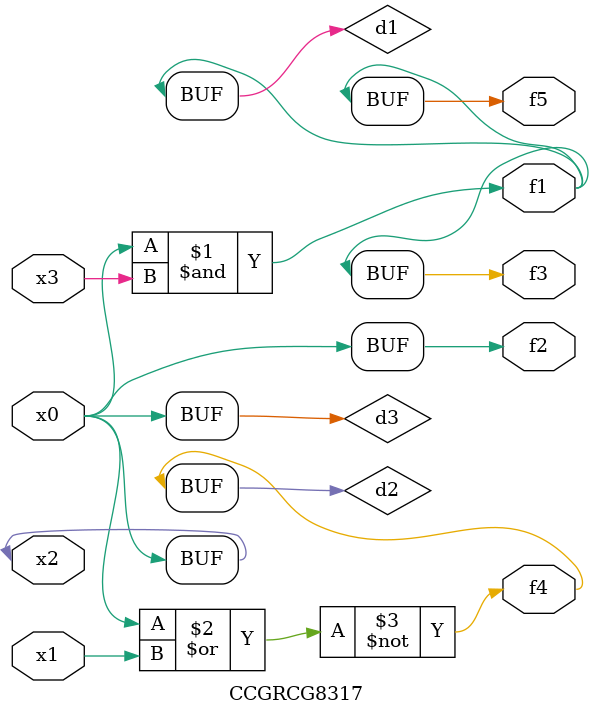
<source format=v>
module CCGRCG8317(
	input x0, x1, x2, x3,
	output f1, f2, f3, f4, f5
);

	wire d1, d2, d3;

	and (d1, x2, x3);
	nor (d2, x0, x1);
	buf (d3, x0, x2);
	assign f1 = d1;
	assign f2 = d3;
	assign f3 = d1;
	assign f4 = d2;
	assign f5 = d1;
endmodule

</source>
